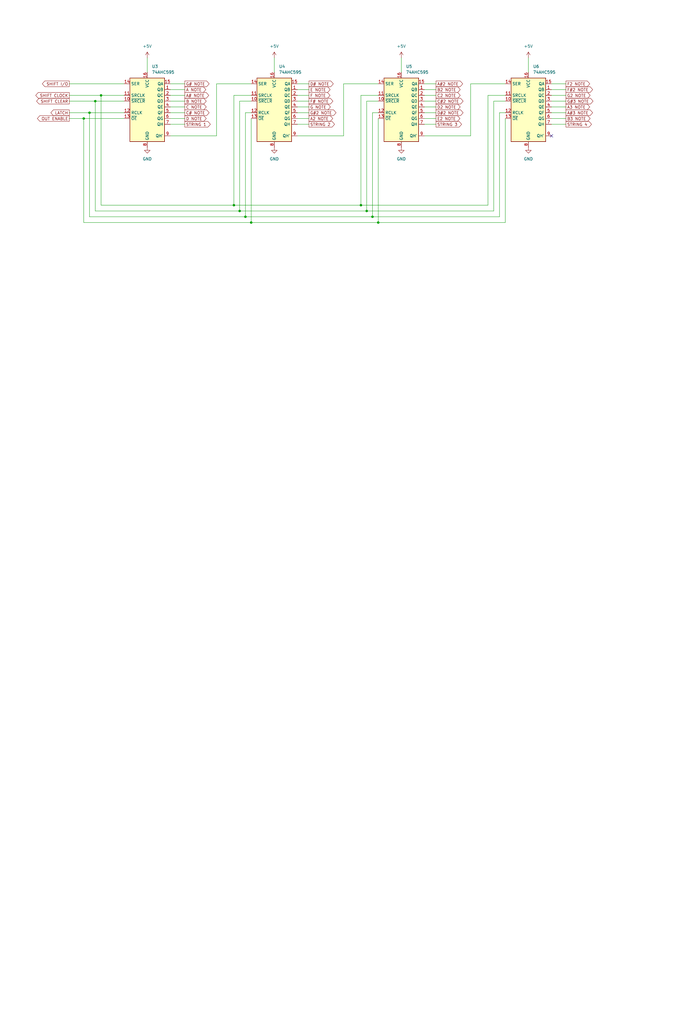
<source format=kicad_sch>
(kicad_sch (version 20211123) (generator eeschema)
  (paper "User" 299.999 450.012)
  (lib_symbols
    (symbol "74xx:74AHC595"
      (property "Reference" "U" (at -7.62 13.97 0))
      (property "Value" "74AHC595" (at -7.62 -16.51 0))
      (symbol "74AHC595_1_0"
        (pin tri_state line (at 10.16 7.62 180) (length 2.54) (name "QB") (number "1"))
        (pin input line (at -10.16 2.54 0) (length 2.54) (name "~{SRCLR}") (number "10"))
        (pin input line (at -10.16 5.08 0) (length 2.54) (name "SRCLK") (number "11"))
        (pin input line (at -10.16 -2.54 0) (length 2.54) (name "RCLK") (number "12"))
        (pin input line (at -10.16 -5.08 0) (length 2.54) (name "~{OE}") (number "13"))
        (pin input line (at -10.16 10.16 0) (length 2.54) (name "SER") (number "14"))
        (pin tri_state line (at 10.16 10.16 180) (length 2.54) (name "QA") (number "15"))
        (pin power_in line (at 0 15.24 270) (length 2.54) (name "VCC") (number "16"))
        (pin tri_state line (at 10.16 5.08 180) (length 2.54) (name "QC") (number "2"))
        (pin tri_state line (at 10.16 2.54 180) (length 2.54) (name "QD") (number "3"))
        (pin tri_state line (at 10.16 0 180) (length 2.54) (name "QE") (number "4"))
        (pin tri_state line (at 10.16 -2.54 180) (length 2.54) (name "QF") (number "5"))
        (pin tri_state line (at 10.16 -5.08 180) (length 2.54) (name "QG") (number "6"))
        (pin tri_state line (at 10.16 -7.62 180) (length 2.54) (name "QH") (number "7"))
        (pin power_in line (at 0 -17.78 90) (length 2.54) (name "GND") (number "8"))
        (pin output line (at 10.16 -12.7 180) (length 2.54) (name "QH'") (number "9"))
      )
      (symbol "74AHC595_1_1"
        (rectangle (start -7.62 12.7) (end 7.62 -15.24) (stroke (width 0.254)) (fill (type background)))
      )
    )
    (symbol "power:+5V" (power) (pin_names (offset 0))
      (property "Value" "+5V" (at 0 3.556 0))
      (symbol "+5V_0_1"
        (polyline (pts (xy -0.762 1.27) (xy 0 2.54)))
        (polyline (pts (xy 0 0) (xy 0 2.54)))
        (polyline (pts (xy 0 2.54) (xy 0.762 1.27)))
      )
      (symbol "+5V_1_1"
        (pin power_in line (at 0 0 90) (length 0) hide (name "+5V") (number "1"))
      )
    )
    (symbol "power:GND" (power) (pin_names (offset 0))
      (property "Value" "GND" (at 0 -3.81 0))
      (symbol "GND_0_1"
        (polyline (pts (xy 0 0) (xy 0 -1.27) (xy 1.27 -1.27) (xy 0 -2.54) (xy -1.27 -1.27) (xy 0 -1.27)))
      )
      (symbol "GND_1_1"
        (pin power_in line (at 0 0 270) (length 0) hide (name "GND") (number "1"))
      )
    )
  )
  (junction (at 102.87 90.17))
  (junction (at 39.37 49.53))
  (junction (at 105.41 92.71))
  (junction (at 41.91 44.45))
  (junction (at 36.83 52.07))
  (junction (at 166.37 97.79))
  (junction (at 158.75 90.17))
  (junction (at 44.45 41.91))
  (junction (at 107.95 95.25))
  (junction (at 161.29 92.71))
  (junction (at 110.49 97.79))
  (junction (at 163.83 95.25))
  (no_connect (at 242.57 59.69))
  (wire (pts (xy 163.83 95.25) (xy 107.95 95.25)))
  (wire (pts (xy 130.81 52.07) (xy 135.89 52.07)))
  (wire (pts (xy 232.41 25.4) (xy 232.41 31.75)))
  (wire (pts (xy 219.71 49.53) (xy 219.71 95.25)))
  (wire (pts (xy 130.81 39.37) (xy 135.89 39.37)))
  (wire (pts (xy 130.81 44.45) (xy 135.89 44.45)))
  (wire (pts (xy 74.93 36.83) (xy 81.28 36.83)))
  (wire (pts (xy 95.25 59.69) (xy 95.25 36.83)))
  (wire (pts (xy 222.25 97.79) (xy 166.37 97.79)))
  (wire (pts (xy 110.49 44.45) (xy 105.41 44.45)))
  (wire (pts (xy 207.01 59.69) (xy 207.01 36.83)))
  (wire (pts (xy 219.71 95.25) (xy 163.83 95.25)))
  (wire (pts (xy 242.57 44.45) (xy 248.92 44.45)))
  (wire (pts (xy 166.37 41.91) (xy 158.75 41.91)))
  (wire (pts (xy 217.17 44.45) (xy 217.17 92.71)))
  (wire (pts (xy 130.81 46.99) (xy 135.89 46.99)))
  (wire (pts (xy 186.69 49.53) (xy 191.77 49.53)))
  (wire (pts (xy 41.91 44.45) (xy 54.61 44.45)))
  (wire (pts (xy 161.29 92.71) (xy 105.41 92.71)))
  (wire (pts (xy 161.29 44.45) (xy 161.29 92.71)))
  (wire (pts (xy 242.57 54.61) (xy 248.92 54.61)))
  (wire (pts (xy 120.65 25.4) (xy 120.65 31.75)))
  (wire (pts (xy 95.25 36.83) (xy 110.49 36.83)))
  (wire (pts (xy 166.37 97.79) (xy 110.49 97.79)))
  (wire (pts (xy 207.01 36.83) (xy 222.25 36.83)))
  (wire (pts (xy 64.77 25.4) (xy 64.77 31.75)))
  (wire (pts (xy 222.25 41.91) (xy 214.63 41.91)))
  (wire (pts (xy 39.37 49.53) (xy 54.61 49.53)))
  (wire (pts (xy 130.81 54.61) (xy 135.89 54.61)))
  (wire (pts (xy 166.37 49.53) (xy 163.83 49.53)))
  (wire (pts (xy 222.25 52.07) (xy 222.25 97.79)))
  (wire (pts (xy 242.57 36.83) (xy 248.92 36.83)))
  (wire (pts (xy 74.93 39.37) (xy 81.28 39.37)))
  (wire (pts (xy 214.63 90.17) (xy 158.75 90.17)))
  (wire (pts (xy 222.25 49.53) (xy 219.71 49.53)))
  (wire (pts (xy 242.57 52.07) (xy 248.92 52.07)))
  (wire (pts (xy 158.75 90.17) (xy 102.87 90.17)))
  (wire (pts (xy 242.57 49.53) (xy 248.92 49.53)))
  (wire (pts (xy 242.57 39.37) (xy 248.92 39.37)))
  (wire (pts (xy 186.69 54.61) (xy 191.77 54.61)))
  (wire (pts (xy 44.45 41.91) (xy 54.61 41.91)))
  (wire (pts (xy 151.13 59.69) (xy 151.13 36.83)))
  (wire (pts (xy 36.83 97.79) (xy 36.83 52.07)))
  (wire (pts (xy 166.37 44.45) (xy 161.29 44.45)))
  (wire (pts (xy 30.48 49.53) (xy 39.37 49.53)))
  (wire (pts (xy 110.49 52.07) (xy 110.49 97.79)))
  (wire (pts (xy 102.87 90.17) (xy 44.45 90.17)))
  (wire (pts (xy 102.87 41.91) (xy 102.87 90.17)))
  (wire (pts (xy 186.69 41.91) (xy 191.77 41.91)))
  (wire (pts (xy 107.95 49.53) (xy 107.95 95.25)))
  (wire (pts (xy 110.49 41.91) (xy 102.87 41.91)))
  (wire (pts (xy 105.41 44.45) (xy 105.41 92.71)))
  (wire (pts (xy 30.48 52.07) (xy 36.83 52.07)))
  (wire (pts (xy 44.45 90.17) (xy 44.45 41.91)))
  (wire (pts (xy 39.37 95.25) (xy 39.37 49.53)))
  (wire (pts (xy 36.83 52.07) (xy 54.61 52.07)))
  (wire (pts (xy 74.93 44.45) (xy 81.28 44.45)))
  (wire (pts (xy 151.13 36.83) (xy 166.37 36.83)))
  (wire (pts (xy 130.81 41.91) (xy 135.89 41.91)))
  (wire (pts (xy 110.49 97.79) (xy 36.83 97.79)))
  (wire (pts (xy 105.41 92.71) (xy 41.91 92.71)))
  (wire (pts (xy 222.25 44.45) (xy 217.17 44.45)))
  (wire (pts (xy 163.83 49.53) (xy 163.83 95.25)))
  (wire (pts (xy 130.81 36.83) (xy 135.89 36.83)))
  (wire (pts (xy 186.69 36.83) (xy 191.77 36.83)))
  (wire (pts (xy 186.69 46.99) (xy 191.77 46.99)))
  (wire (pts (xy 186.69 59.69) (xy 207.01 59.69)))
  (wire (pts (xy 74.93 54.61) (xy 81.28 54.61)))
  (wire (pts (xy 130.81 49.53) (xy 135.89 49.53)))
  (wire (pts (xy 186.69 39.37) (xy 191.77 39.37)))
  (wire (pts (xy 158.75 41.91) (xy 158.75 90.17)))
  (wire (pts (xy 110.49 49.53) (xy 107.95 49.53)))
  (wire (pts (xy 130.81 59.69) (xy 151.13 59.69)))
  (wire (pts (xy 74.93 49.53) (xy 81.28 49.53)))
  (wire (pts (xy 30.48 44.45) (xy 41.91 44.45)))
  (wire (pts (xy 30.48 36.83) (xy 54.61 36.83)))
  (wire (pts (xy 74.93 41.91) (xy 81.28 41.91)))
  (wire (pts (xy 107.95 95.25) (xy 39.37 95.25)))
  (wire (pts (xy 41.91 92.71) (xy 41.91 44.45)))
  (wire (pts (xy 214.63 41.91) (xy 214.63 90.17)))
  (wire (pts (xy 30.48 41.91) (xy 44.45 41.91)))
  (wire (pts (xy 242.57 41.91) (xy 248.92 41.91)))
  (wire (pts (xy 186.69 52.07) (xy 191.77 52.07)))
  (wire (pts (xy 217.17 92.71) (xy 161.29 92.71)))
  (wire (pts (xy 186.69 44.45) (xy 191.77 44.45)))
  (wire (pts (xy 74.93 59.69) (xy 95.25 59.69)))
  (wire (pts (xy 176.53 25.4) (xy 176.53 31.75)))
  (wire (pts (xy 166.37 52.07) (xy 166.37 97.79)))
  (wire (pts (xy 74.93 52.07) (xy 81.28 52.07)))
  (wire (pts (xy 242.57 46.99) (xy 248.92 46.99)))
  (wire (pts (xy 74.93 46.99) (xy 81.28 46.99)))
  (global_label "F2 NOTE" (shape output) (at 248.92 36.83 0) (property "Intersheet References" "${INTERSHEET_REFS}" (effects hide)))
  (global_label "G NOTE" (shape output) (at 135.89 46.99 0) (property "Intersheet References" "${INTERSHEET_REFS}" (effects hide)))
  (global_label "SHIFT I{slash}O" (shape output) (at 30.48 36.83 180) (property "Intersheet References" "${INTERSHEET_REFS}" (effects hide)))
  (global_label "A#2 NOTE" (shape output) (at 191.77 36.83 0) (property "Intersheet References" "${INTERSHEET_REFS}" (effects hide)))
  (global_label "G# NOTE" (shape output) (at 81.28 36.83 0) (property "Intersheet References" "${INTERSHEET_REFS}" (effects hide)))
  (global_label "A# NOTE" (shape output) (at 81.28 41.91 0) (property "Intersheet References" "${INTERSHEET_REFS}" (effects hide)))
  (global_label "G#3 NOTE" (shape output) (at 248.92 44.45 0) (property "Intersheet References" "${INTERSHEET_REFS}" (effects hide)))
  (global_label "STRING 3" (shape output) (at 191.77 54.61 0) (property "Intersheet References" "${INTERSHEET_REFS}" (effects hide)))
  (global_label "C2 NOTE" (shape output) (at 191.77 41.91 0) (property "Intersheet References" "${INTERSHEET_REFS}" (effects hide)))
  (global_label "SHIFT CLOCK" (shape output) (at 30.48 41.91 180) (property "Intersheet References" "${INTERSHEET_REFS}" (effects hide)))
  (global_label "A#3 NOTE" (shape output) (at 248.92 49.53 0) (property "Intersheet References" "${INTERSHEET_REFS}" (effects hide)))
  (global_label "G#2 NOTE" (shape output) (at 135.89 49.53 0) (property "Intersheet References" "${INTERSHEET_REFS}" (effects hide)))
  (global_label "B3 NOTE" (shape output) (at 248.92 52.07 0) (property "Intersheet References" "${INTERSHEET_REFS}" (effects hide)))
  (global_label "A2 NOTE" (shape output) (at 135.89 52.07 0) (property "Intersheet References" "${INTERSHEET_REFS}" (effects hide)))
  (global_label "F# NOTE" (shape output) (at 135.89 44.45 0) (property "Intersheet References" "${INTERSHEET_REFS}" (effects hide)))
  (global_label "B NOTE" (shape output) (at 81.28 44.45 0) (property "Intersheet References" "${INTERSHEET_REFS}" (effects hide)))
  (global_label "F#2 NOTE" (shape output) (at 248.92 39.37 0) (property "Intersheet References" "${INTERSHEET_REFS}" (effects hide)))
  (global_label "D NOTE" (shape output) (at 81.28 52.07 0) (property "Intersheet References" "${INTERSHEET_REFS}" (effects hide)))
  (global_label "D# NOTE" (shape output) (at 135.89 36.83 0) (property "Intersheet References" "${INTERSHEET_REFS}" (effects hide)))
  (global_label "OUT ENABLE" (shape output) (at 30.48 52.07 180) (property "Intersheet References" "${INTERSHEET_REFS}" (effects hide)))
  (global_label "G2 NOTE" (shape output) (at 248.92 41.91 0) (property "Intersheet References" "${INTERSHEET_REFS}" (effects hide)))
  (global_label "D2 NOTE" (shape output) (at 191.77 46.99 0) (property "Intersheet References" "${INTERSHEET_REFS}" (effects hide)))
  (global_label "C#2 NOTE" (shape output) (at 191.77 44.45 0) (property "Intersheet References" "${INTERSHEET_REFS}" (effects hide)))
  (global_label "STRING 4" (shape output) (at 248.92 54.61 0) (property "Intersheet References" "${INTERSHEET_REFS}" (effects hide)))
  (global_label "STRING 2" (shape output) (at 135.89 54.61 0) (property "Intersheet References" "${INTERSHEET_REFS}" (effects hide)))
  (global_label "A NOTE" (shape output) (at 81.28 39.37 0) (property "Intersheet References" "${INTERSHEET_REFS}" (effects hide)))
  (global_label "D#2 NOTE" (shape output) (at 191.77 49.53 0) (property "Intersheet References" "${INTERSHEET_REFS}" (effects hide)))
  (global_label "C NOTE" (shape output) (at 81.28 46.99 0) (property "Intersheet References" "${INTERSHEET_REFS}" (effects hide)))
  (global_label "B2 NOTE" (shape output) (at 191.77 39.37 0) (property "Intersheet References" "${INTERSHEET_REFS}" (effects hide)))
  (global_label "F NOTE" (shape output) (at 135.89 41.91 0) (property "Intersheet References" "${INTERSHEET_REFS}" (effects hide)))
  (global_label "E2 NOTE" (shape output) (at 191.77 52.07 0) (property "Intersheet References" "${INTERSHEET_REFS}" (effects hide)))
  (global_label "SHIFT CLEAR" (shape output) (at 30.48 44.45 180) (property "Intersheet References" "${INTERSHEET_REFS}" (effects hide)))
  (global_label "A3 NOTE" (shape output) (at 248.92 46.99 0) (property "Intersheet References" "${INTERSHEET_REFS}" (effects hide)))
  (global_label "STRING 1" (shape output) (at 81.28 54.61 0) (property "Intersheet References" "${INTERSHEET_REFS}" (effects hide)))
  (global_label "E NOTE" (shape output) (at 135.89 39.37 0) (property "Intersheet References" "${INTERSHEET_REFS}" (effects hide)))
  (global_label "C# NOTE" (shape output) (at 81.28 49.53 0) (property "Intersheet References" "${INTERSHEET_REFS}" (effects hide)))
  (global_label "LATCH" (shape output) (at 30.48 49.53 180) (property "Intersheet References" "${INTERSHEET_REFS}" (effects hide)))
  (symbol (lib_id "power:+5V") (at 64.77 25.4 0) (unit 1)
    (property "Reference" "#PWR021" (effects hide))
    (property "Value" "+5V" (at 64.77 20.32 0))
  )
  (symbol (lib_id "74xx:74AHC595") (at 64.77 46.99 0) (unit 1)
    (property "Reference" "U3" (at 66.7894 29.21 0) (effects (justify left)))
    (property "Value" "74AHC595" (at 66.7894 31.75 0) (effects (justify left)))
    (property "Footprint" "Package_DIP:DIP-16_W7.62mm_LongPads" (effects hide))
    (property "Datasheet" "https://assets.nexperia.com/documents/data-sheet/74AHC_AHCT595.pdf" (effects hide))
  )
  (symbol (lib_id "74xx:74AHC595") (at 120.65 46.99 0) (unit 1)
    (property "Reference" "U4" (at 122.6694 29.21 0) (effects (justify left)))
    (property "Value" "74AHC595" (at 122.6694 31.75 0) (effects (justify left)))
    (property "Footprint" "Package_DIP:DIP-16_W7.62mm_LongPads" (effects hide))
    (property "Datasheet" "https://assets.nexperia.com/documents/data-sheet/74AHC_AHCT595.pdf" (effects hide))
  )
  (symbol (lib_id "74xx:74AHC595") (at 176.53 46.99 0) (unit 1)
    (property "Reference" "U5" (at 178.5494 29.21 0) (effects (justify left)))
    (property "Value" "74AHC595" (at 178.5494 31.75 0) (effects (justify left)))
    (property "Footprint" "Package_DIP:DIP-16_W7.62mm_LongPads" (effects hide))
    (property "Datasheet" "https://assets.nexperia.com/documents/data-sheet/74AHC_AHCT595.pdf" (effects hide))
  )
  (symbol (lib_id "power:+5V") (at 120.65 25.4 0) (unit 1)
    (property "Reference" "#PWR023" (effects hide))
    (property "Value" "+5V" (at 120.65 20.32 0))
  )
  (symbol (lib_id "power:GND") (at 176.53 64.77 0) (unit 1)
    (property "Reference" "#PWR026" (effects hide))
    (property "Value" "GND" (at 176.53 69.85 0))
  )
  (symbol (lib_id "power:GND") (at 120.65 64.77 0) (unit 1)
    (property "Reference" "#PWR024" (effects hide))
    (property "Value" "GND" (at 120.65 69.85 0))
  )
  (symbol (lib_id "power:+5V") (at 176.53 25.4 0) (unit 1)
    (property "Reference" "#PWR025" (effects hide))
    (property "Value" "+5V" (at 176.53 20.32 0))
  )
  (symbol (lib_id "power:GND") (at 64.77 64.77 0) (unit 1)
    (property "Reference" "#PWR022" (effects hide))
    (property "Value" "GND" (at 64.77 69.85 0))
  )
  (symbol (lib_id "74xx:74AHC595") (at 232.41 46.99 0) (unit 1)
    (property "Reference" "U6" (at 234.4294 29.21 0) (effects (justify left)))
    (property "Value" "74AHC595" (at 234.4294 31.75 0) (effects (justify left)))
    (property "Footprint" "Package_DIP:DIP-16_W7.62mm_LongPads" (effects hide))
    (property "Datasheet" "https://assets.nexperia.com/documents/data-sheet/74AHC_AHCT595.pdf" (effects hide))
  )
  (symbol (lib_id "power:GND") (at 232.41 64.77 0) (unit 1)
    (property "Reference" "#PWR028" (effects hide))
    (property "Value" "GND" (at 232.41 69.85 0))
  )
  (symbol (lib_id "power:+5V") (at 232.41 25.4 0) (unit 1)
    (property "Reference" "#PWR027" (effects hide))
    (property "Value" "+5V" (at 232.41 20.32 0))
  )
)
</source>
